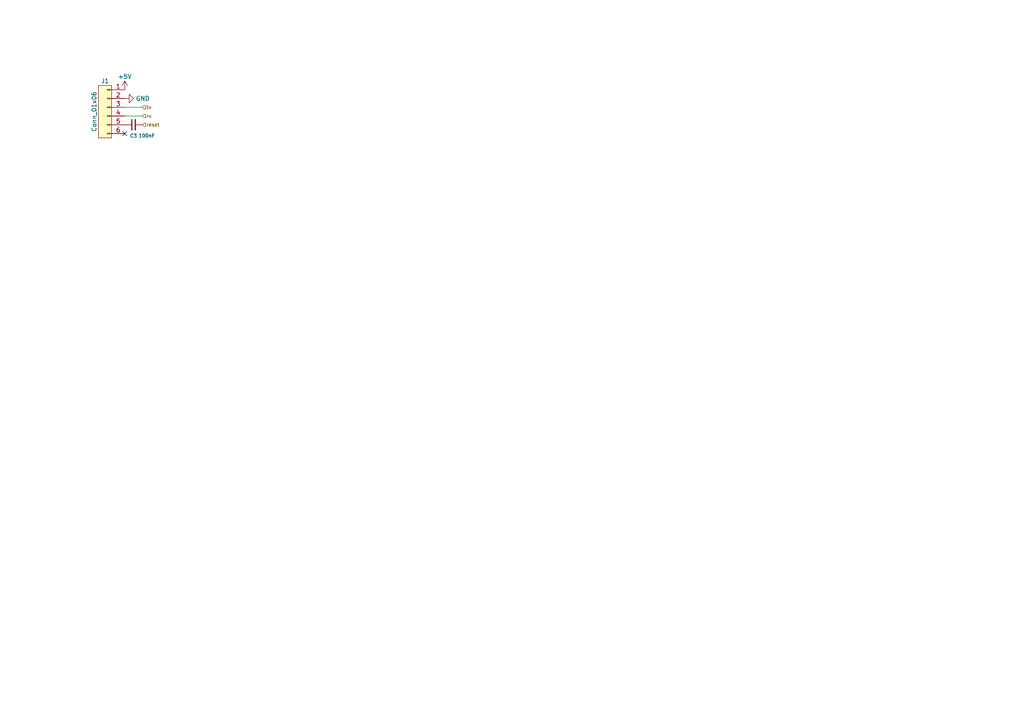
<source format=kicad_sch>
(kicad_sch (version 20211123) (generator eeschema)
  (paper "A4")
  (lib_symbols
    (symbol "New_Library:C" (pin_numbers hide) (pin_names (offset 0.254) hide)
      (property "Reference" "C" (at 0.254 1.778 0))
      (property "Value" "C" (at 0.254 -2.032 0))
      (symbol "C_0_1"
        (polyline (pts (xy -1.524 -0.508) (xy 1.524 -0.508)) (stroke (width 0.3302)))
        (polyline (pts (xy -1.524 0.508) (xy 1.524 0.508)) (stroke (width 0.3048)))
      )
      (symbol "C_1_1"
        (pin passive line (at 0 2.54 270) (length 2.032) (name "~") (number "1"))
        (pin passive line (at 0 -2.54 90) (length 2.032) (name "~") (number "2"))
      )
    )
    (symbol "New_Library:Conn_01x06" (pin_names (offset 1.016) hide)
      (property "Reference" "J?" (at -0.635 7.62 0))
      (property "Value" "Conn_01x06" (at -3.81 -1.905 90))
      (symbol "Conn_01x06_0_1"
        (rectangle (start -2.54 6.35) (end 1.27 -8.89) (fill (type background)))
      )
      (symbol "Conn_01x06_1_1"
        (polyline (pts (xy 1.27 -7.62) (xy 0.8636 -7.62)) (stroke (width 0.1524)))
        (polyline (pts (xy 1.27 -5.08) (xy 0.8636 -5.08)) (stroke (width 0.1524)))
        (polyline (pts (xy 1.27 -2.54) (xy 0.8636 -2.54)) (stroke (width 0.1524)))
        (polyline (pts (xy 1.27 0) (xy 0.8636 0)) (stroke (width 0.1524)))
        (polyline (pts (xy 1.27 2.54) (xy 0.8636 2.54)) (stroke (width 0.1524)))
        (polyline (pts (xy 1.27 5.08) (xy 0.8636 5.08)) (stroke (width 0.1524)))
        (rectangle (start 0.8636 -7.493) (end 0 -7.747) (stroke (width 0.1524)) (fill (type background)))
        (rectangle (start 0.8636 -4.953) (end 0 -5.207) (stroke (width 0.1524)) (fill (type background)))
        (rectangle (start 0.8636 -2.413) (end 0 -2.667) (stroke (width 0.1524)) (fill (type background)))
        (rectangle (start 0.8636 0.127) (end 0 -0.127) (stroke (width 0.1524)) (fill (type background)))
        (rectangle (start 0.8636 2.667) (end 0 2.413) (stroke (width 0.1524)) (fill (type background)))
        (rectangle (start 0.8636 5.207) (end 0 4.953) (stroke (width 0.1524)) (fill (type background)))
        (pin passive line (at 5.08 5.08 180) (length 3.81) (name "Pin_1") (number "1"))
        (pin passive line (at 5.08 2.54 180) (length 3.81) (name "Pin_2") (number "2"))
        (pin passive line (at 5.08 0 180) (length 3.81) (name "Pin_3") (number "3"))
        (pin passive line (at 5.08 -2.54 180) (length 3.81) (name "Pin_4") (number "4"))
        (pin passive line (at 5.08 -5.08 180) (length 3.81) (name "Pin_5") (number "5"))
        (pin passive line (at 5.08 -7.62 180) (length 3.81) (name "Pin_6") (number "6"))
      )
    )
    (symbol "power:+5V" (power) (pin_names (offset 0))
      (property "Value" "+5V" (at 0 3.556 0))
      (symbol "+5V_0_1"
        (polyline (pts (xy -0.762 1.27) (xy 0 2.54)))
        (polyline (pts (xy 0 0) (xy 0 2.54)))
        (polyline (pts (xy 0 2.54) (xy 0.762 1.27)))
      )
      (symbol "+5V_1_1"
        (pin power_in line (at 0 0 90) (length 0) hide (name "+5V") (number "1"))
      )
    )
    (symbol "power:GND" (power) (pin_names (offset 0))
      (property "Value" "GND" (at 0 -3.81 0))
      (symbol "GND_0_1"
        (polyline (pts (xy 0 0) (xy 0 -1.27) (xy 1.27 -1.27) (xy 0 -2.54) (xy -1.27 -1.27) (xy 0 -1.27)))
      )
      (symbol "GND_1_1"
        (pin power_in line (at 0 0 270) (length 0) hide (name "GND") (number "1"))
      )
    )
  )
  (no_connect (at 36.195 38.735))
  (wire (pts (xy 36.195 31.115) (xy 41.275 31.115)))
  (wire (pts (xy 36.195 33.655) (xy 41.275 33.655)))
  (hierarchical_label "rx" (shape input) (at 41.275 33.655 0) (effects (font (size 1 1))))
  (hierarchical_label "reset" (shape input) (at 41.275 36.195 0) (effects (font (size 1 1))))
  (hierarchical_label "tx" (shape input) (at 41.275 31.115 0) (effects (font (size 1 1))))
  (symbol (lib_id "power:+5V") (at 36.195 26.035 0) (unit 1)
    (property "Reference" "#PWR0118" (effects hide))
    (property "Value" "+5V" (at 36.195 22.225 0))
  )
  (symbol (lib_id "power:GND") (at 36.195 28.575 90) (unit 1)
    (property "Reference" "#PWR0117" (effects hide))
    (property "Value" "GND" (at 39.37 28.5749 90) (effects (justify right)))
  )
  (symbol (lib_id "New_Library:Conn_01x06") (at 31.115 31.115 0) (unit 1)
    (property "Reference" "J1" (at 30.48 23.495 0))
    (property "Value" "Conn_01x06" (at 27.305 32.385 90))
  )
  (symbol (lib_id "New_Library:C") (at 38.735 36.195 90) (unit 1)
    (property "Reference" "C3" (at 38.735 39.37 90) (effects (font (size 1 1))))
    (property "Value" "100nF" (at 42.545 39.37 90) (effects (font (size 1 1))))
  )
)
</source>
